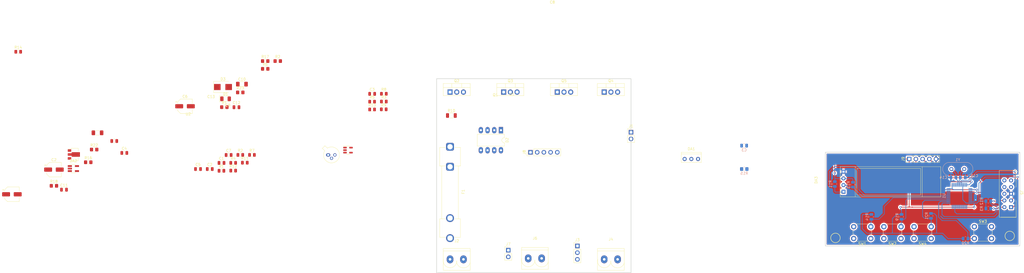
<source format=kicad_pcb>
(kicad_pcb (version 20211014) (generator pcbnew)
  (layers (0 "F.Cu" signal) (31 "B.Cu" signal) (34 "B.Paste" user) (35 "F.Paste" user) (36 "B.SilkS" user "B.Silkscreen") (37 "F.SilkS" user "F.Silkscreen") (38 "B.Mask" user) (39 "F.Mask" user) (44 "Edge.Cuts" user))
  (net 0 "")
  (net 1 "Net-(Q2-Pad1)")
  (net 2 "Vload")
  (net 3 "Net-(Q3-Pad1)")
  (net 4 "Net-(Q4-Pad1)")
  (net 5 "Net-(Q5-Pad1)")
  (net 6 "GND")
  (net 7 "Net-(Q1-Pad2)")
  (net 8 "Net-(Q1-Pad3)")
  (net 9 "Net-(C1-Pad1)")
  (net 10 "Net-(R9-Pad1)")
  (net 11 "Net-(R4-Pad1)")
  (net 12 "+12V")
  (net 13 "Net-(D2-Pad1)")
  (net 14 "Net-(D2-Pad4)")
  (net 15 "/PWM")
  (net 16 "Shunt")
  (net 17 "Net-(C3-Pad1)")
  (net 18 "Net-(D2-Pad6)")
  (net 19 "Vreg")
  (net 20 "Net-(DA1-Pad1)")
  (net 21 "Net-(R1-Pad2)")
  (net 22 "Net-(D1-Pad1)")
  (net 23 "/Шунт")
  (net 24 "+3.3V")
  (net 28 "Vcc")
  (net 29 "Net-(C14-Pad2)")
  (net 30 "Net-(C15-Pad1)")
  (net 31 "Net-(D2-Pad2)")
  (net 32 "Net-(F1-Pad2)")
  (net 36 "CurrentSens")
  (net 46 "I2C_SDA")
  (net 47 "I2C_SCL")
  (net 51 "Net-(J3-Pad3)")
  (net 54 "SWDIO")
  (net 59 "Res")
  (net 60 "SWCLK")
  (net 65 "VoltageSens")
  (net 66 "Button+")
  (net 67 "Button-")
  (net 68 "ButtonEn")
  (net 69 "ButtonMode")
  (net 70 "Vin_div")
  (net 71 "Vdac_reg")
  (footprint "Resistor_SMD:R_0805_2012Metric_Pad1.20x1.40mm_HandSolder" (layer "F.Cu") (at 70.366 48.39)
    (fp_text reference "R23")
    (fp_text value "1k")
  )
  (footprint "MyElemets:TO-220" (layer "F.Cu") (at 241.3 73.66)
    (fp_text reference "DA1")
    (fp_text value "LM217t")
  )
  (footprint "Connector_PinHeader_2.54mm:PinHeader_1x02_P2.54mm_Vertical" (layer "F.Cu") (at 218.44 63.5)
    (fp_text reference "J1")
    (fp_text value "FAN_Connector")
  )
  (footprint "Capacitor_SMD:C_0805_2012Metric" (layer "F.Cu") (at 58.806 77.47)
    (fp_text reference "C2")
    (fp_text value "4мкФ ")
  )
  (footprint "Connector_PinHeader_2.54mm:PinHeader_1x05_P2.54mm_Vertical" (layer "F.Cu") (at 180.34 71.12 90)
    (fp_text reference "J8")
    (fp_text value "Conn_01x05_Female" hide)
  )
  (footprint "Capacitor_SMD:C_0805_2012Metric" (layer "F.Cu") (at 120.346 48.93)
    (fp_text reference "C3")
    (fp_text value "C")
  )
  (footprint "Capacitor_SMD:C_0805_2012Metric" (layer "F.Cu") (at 54.356 77.47)
    (fp_text reference "C5")
    (fp_text value "C")
  )
  (footprint "Resistor_SMD:R_0805_2012Metric_Pad1.20x1.40mm_HandSolder" (layer "F.Cu") (at 12.756 74.9)
    (fp_text reference "R16")
    (fp_text value "2.7k")
  )
  (footprint "Capacitor_SMD:CP_Elec_5x5.4" (layer "F.Cu") (at -16.174 87.06)
    (fp_text reference "C8")
    (fp_text value "C_Polarized")
  )
  (footprint "Resistor_SMD:R_0805_2012Metric" (layer "F.Cu") (at -13.779 32.945)
    (fp_text reference "R14")
    (fp_text value "R")
  )
  (footprint "Connector_PinHeader_2.54mm:PinHeader_1x03_P2.54mm_Vertical" (layer "F.Cu") (at 198.12 106.68)
    (fp_text reference "J3")
    (fp_text value "Джампер")
  )
  (footprint "Resistor_SMD:R_0805_2012Metric_Pad1.20x1.40mm_HandSolder" (layer "F.Cu") (at -0.244 83.84)
    (fp_text reference "R18")
    (fp_text value "390")
  )
  (footprint "Capacitor_SMD:CP_Elec_5x5.3" (layer "F.Cu") (at -0.244 77.69)
    (fp_text reference "C2")
    (fp_text value "4.7u")
  )
  (footprint "Button_Switch_THT:SW_PUSH_6mm" (layer "F.Cu") (at 348.54 99.35)
    (fp_text reference "SW3")
    (fp_text value "SW_MEC_5E")
  )
  (footprint "Capacitor_SMD:C_0805_2012Metric" (layer "F.Cu") (at 26.426 71.355)
    (fp_text reference "C4")
    (fp_text value "47p")
  )
  (footprint "MyElemets:PWD_10pin_Conn" (layer "F.Cu") (at 361.188 86.868 -90)
    (fp_text reference "J5")
    (fp_text value "Conn_ARM_SWD_TagConnect_TC2030-NL" hide)
  )
  (footprint "Diode_SMD:D_1206_3216Metric" (layer "F.Cu") (at 64.796 50.81)
    (fp_text reference "D1")
    (fp_text value "6.8В")
  )
  (footprint "Connector_PinHeader_2.54mm:PinHeader_1x02_P2.54mm_Vertical" (layer "F.Cu") (at 171.929709 108.278794)
    (fp_text reference "J7")
    (fp_text value "Jamper")
  )
  (footprint "Capacitor_SMD:C_0805_2012Metric" (layer "F.Cu") (at 65.956 72.14)
    (fp_text reference "C7")
    (fp_text value "C")
  )
  (footprint "MyElemets:Display_SSD1306" (layer "F.Cu") (at 298.958 82.296 90)
    (fp_text reference "DA3")
    (fp_text value "SSD1306_display")
  )
  (footprint "Capacitor_SMD:CP_Elec_5x5.3" (layer "F.Cu") (at 49.426 53.64)
    (fp_text reference "C6")
    (fp_text value "C_Polarized")
  )
  (footprint "Package_TO_SOT_THT:TO-220-3_Vertical" (layer "F.Cu") (at 208.28 48.26)
    (fp_text reference "Q4")
    (fp_text value "IRF740")
  )
  (footprint "Package_DIP:DIP-8_W7.62mm_LongPads" (layer "F.Cu") (at 169.154 62.723 -90)
    (fp_text reference "D2")
    (fp_text value "LM358")
  )
  (footprint "Resistor_SMD:R_0805_2012Metric" (layer "F.Cu") (at 124.776 51.85)
    (fp_text reference "R3")
    (fp_text value "450Ом")
  )
  (footprint "Package_TO_SOT_SMD:SOT-23-5_HandSoldering" (layer "F.Cu") (at 7.136 77.3)
    (fp_text reference "DA2")
    (fp_text value "INAx180")
  )
  (footprint "Capacitor_SMD:C_1206_3216Metric_Pad1.33x1.80mm_HandSolder" (layer "F.Cu") (at 16.266 63.72)
    (fp_text reference "C13")
    (fp_text value "C_Polarized")
  )
  (footprint "Package_TO_SOT_THT:TO-18-3" (layer "F.Cu") (at 103.679448 72.119448)
    (fp_text reference "Q1")
    (fp_text value "КТ3102")
  )
  (footprint "Capacitor_SMD:C_0805_2012Metric" (layer "F.Cu") (at 22.616 66.835)
    (fp_text reference "C9")
    (fp_text value "C")
  )
  (footprint "Package_TO_SOT_THT:TO-220-3_Vertical" (layer "F.Cu") (at 190.5 48.26)
    (fp_text reference "Q5")
    (fp_text value "IRF740")
  )
  (footprint "Resistor_SMD:R_0805_2012Metric" (layer "F.Cu") (at 67.686 75.12)
    (fp_text reference "R4")
    (fp_text value "300Ом")
  )
  (footprint "Capacitor_SMD:C_0805_2012Metric" (layer "F.Cu") (at 3.566 85.31)
    (fp_text reference "C11")
    (fp_text value "C")
  )
  (footprint "Resistor_SMD:R_0805_2012Metric" (layer "F.Cu") (at 120.326 54.86)
    (fp_text reference "R13")
    (fp_text value "500кОм")
  )
  (footprint "Resistor_SMD:R_0805_2012Metric" (layer "F.Cu") (at 74.796 72.11)
    (fp_text reference "R7")
    (fp_text value "100Ом")
  )
  (footprint "MyElemets:Conn_x2" (layer "F.Cu") (at 182.029709 111.393794)
    (fp_text reference "J6")
    (fp_text value "Voltage_Sens")
  )
  (footprint "Diode_SMD:D_SMB" (layer "F.Cu") (at 63.816 46.34)
    (fp_text reference "D3")
    (fp_text value "SM6T15A")
  )
  (footprint "Resistor_SMD:R_0805_2012Metric" (layer "F.Cu") (at 63.236 78.13)
    (fp_text reference "R1")
    (fp_text value "1кОм")
  )
  (footprint "Resistor_SMD:R_0805_2012Metric_Pad1.20x1.40mm_HandSolder" (layer "F.Cu") (at 79.816 36.49)
    (fp_text reference "R17")
    (fp_text value "240")
  )
  (footprint "Package_TO_SOT_SMD:SOT-23-5" (layer "F.Cu") (at 111.19 70.3)
    (fp_text reference "U1")
    (fp_text value "LM321")
  )
  (footprint "Connector_PinHeader_2.54mm:PinHeader_1x05_P2.54mm_Vertical" (layer "F.Cu") (at 323.855 73.66 90)
    (fp_text reference "J9")
    (fp_text value "Conn_01x05_Male" hide)
  )
  (footprint "Capacitor_SMD:C_1206_3216Metric_Pad1.33x1.80mm_HandSolder" (layer "F.Cu") (at 70.996 45.24)
    (fp_text reference "C10")
    (fp_text value "C_Polarized")
  )
  (footprint "Package_TO_SOT_THT:TO-220-3_Vertical" (layer "F.Cu") (at 170.18 48.26)
    (fp_text reference "Q3")
    (fp_text value "IRF740")
  )
  (footprint "Resistor_SMD:R_0805_2012Metric_Pad1.20x1.40mm_HandSolder" (layer "F.Cu") (at 64.326 53.98)
    (fp_text reference "R1")
    (fp_text value "1k")
  )
  (footprint "Button_Switch_THT:SW_PUSH_6mm" (layer "F.Cu") (at 309.32 103.85 180)
    (fp_text reference "SW1")
    (fp_text value "SW_MEC_5E" hide)
  )
  (footprint "Resistor_SMD:R_0805_2012Metric" (layer "F.Cu") (at 70.386 72.11)
    (fp_text reference "R2")
    (fp_text value "51Ом")
  )
  (footprint "Resistor_SMD:R_0805_2012Metric" (layer "F.Cu") (at 124.776 48.9)
    (fp_text reference "R8")
    (fp_text value "100Ом")
  )
  (footprint "Fuse:Fuseholder_Clip-6.3x32mm_Littelfuse_102071_Inline_P34.70x7.60mm_D2.00mm_Horizontal" (layer "F.Cu") (at 149.86 69.01 -90)
    (fp_text reference "F1")
    (fp_text value "Fuse")
  )
  (footprint "MyElemets:Conn_x2" (layer "F.Cu") (at 152.4 111.76)
    (fp_text reference "J2")
    (fp_text value "Load")
  )
  (footprint "Resistor_SMD:R_0805_2012Metric_Pad1.20x1.40mm_HandSolder" (layer "F.Cu") (at 79.816 39.44)
    (fp_text reference "R6")
    (fp_text value "100Ом")
  )
  (footprint "MyElemets:Conn_x2" (layer "F.Cu") (at 210.82 111.76)
    (fp_text reference "J4")
    (fp_text value "External_VCC")
  )
  (footprint "Package_TO_SOT_SMD:SOT-89-3" (layer "F.Cu") (at 7.306 71.95)
    (fp_text reference "U2")
    (fp_text value "L78L12_SOT89")
  )
  (footprint "Resistor_SMD:R_0805_2012Metric" (layer "F.Cu") (at 67.686 78.07)
    (fp_text reference "R12")
    (fp_text value "500кОм")
  )
  (footprint "Button_Switch_THT:SW_PUSH_6mm" (layer "F.Cu") (at 320.75 103.85 180)
    (fp_text reference "SW2")
    (fp_text value "SW_MEC_5E" hide)
  )
  (footprint "Resistor_SMD:R_0805_2012Metric" (layer "F.Cu") (at 124.736 54.8)
    (fp_text reference "R9")
    (fp_text value "1кОм")
  )
  (footprint "Resistor_SMD:R_0805_2012Metric" (layer "F.Cu") (at 72.096 75.06)
    (fp_text reference "R11")
    (fp_text value "0,01Ом(шунт)")
  )
  (footprint "Capacitor_SMD:C_0805_2012Metric" (layer "F.Cu") (at 63.256 75.15)
    (fp_text reference "C1")
    (fp_text value "0,1мкФ")
  )
  (footprint "Resistor_SMD:R_1206_3216Metric" (layer "F.Cu") (at 150.368 57.15)
    (fp_text reference "R10")
    (fp_text value "0,1Ом")
  )
  (footprint "Resistor_SMD:R_0805_2012Metric_Pad1.20x1.40mm_HandSolder" (layer "F.Cu") (at 84.566 36.49)
    (fp_text reference "R2")
    (fp_text value "9.1k")
  )
  (footprint "Resistor_SMD:R_0805_2012Metric_Pad1.20x1.40mm_HandSolder" (layer "F.Cu") (at 14.996 70.07)
    (fp_text reference "R22")
    (fp_text value "1k")
  )
  (footprint "Capacitor_SMD:C_0805_2012Metric" (layer "F.Cu") (at 68.926 54.01)
    (fp_text reference "C12")
    (fp_text value "C")
  )
  (footprint "Package_TO_SOT_THT:TO-220-3_Vertical" (layer "F.Cu") (at 149.86 48.26)
    (fp_text reference "Q2")
    (fp_text value "IRF740")
  )
  (footprint "Button_Switch_THT:SW_PUSH_6mm" (layer "F.Cu") (at 332.18 103.85 180)
    (fp_text reference "SW4")
    (fp_text value "SW_MEC_5E" hide)
  )
  (footprint "Resistor_SMD:R_0805_2012Metric" (layer "F.Cu") (at 120.326 51.91)
    (fp_text reference "R5")
    (fp_text value "100Ом")
  )
  (footprint "Resistor_SMD:R_0805_2012Metric" (layer "B.Cu") (at 353.822 89.662)
    (fp_text reference "R12")
    (fp_text value "10k")
  )
  (footprint "Package_QFP:LQFP-48_7x7mm_P0.5mm" (layer "B.Cu") (at 342.9 87.63 -90)
    (fp_text reference "U1")
    (fp_text value "STM32F051C6Tx")
  )
  (footprint "Resistor_SMD:R_0805_2012Metric" (layer "B.Cu") (at 353.822 92.456)
    (fp_text reference "R3")
    (fp_text value "10k")
  )
  (footprint "Capacitor_SMD:C_0805_2012Metric" (layer "B.Cu") (at 340.614 80.645)
    (fp_text reference "C14")
    (fp_text value "8p" hide)
  )
  (footprint "Resistor_SMD:R_0805_2012Metric" (layer "B.Cu") (at 302.514 83.4155 -90)
    (fp_text reference "R13")
    (fp_text value "10k")
  )
  (footprint "Resistor_SMD:R_0805_2012Metric" (layer "B.Cu") (at 320.935 95.605 -90)
    (fp_text reference "R19")
    (fp_text value "10k")
  )
  (footprint "Resistor_SMD:R_0805_2012Metric" (layer "B.Cu") (at 295.656 83.1615 -90)
    (fp_text reference "R11")
    (fp_text value "10k")
  )
  (footprint "Capacitor_SMD:C_0805_2012Metric" (layer "B.Cu") (at 261.3 68.58)
    (fp_text reference "C3")
    (fp_text value "0,1мкФ")
  )
  (footprint "Capacitor_SMD:C_0805_2012Metric" (layer "B.Cu") (at 344.17 80.645)
    (fp_text reference "C15")
    (fp_text value "8p" hide)
  )
  (footprint "Resistor_SMD:R_0805_2012Metric" (layer "B.Cu") (at 309.525 95.625 -90)
    (fp_text reference "R14")
    (fp_text value "10k")
  )
  (footprint "Resistor_SMD:R_0805_2012Metric_Pad1.20x1.40mm_HandSolder" (layer "B.Cu") (at 261.35 77.47)
    (fp_text reference "R15")
    (fp_text value "1k")
  )
  (footprint "Resistor_SMD:R_0805_2012Metric" (layer "B.Cu") (at 332.115 95.25 -90)
    (fp_text reference "R21")
    (fp_text value "10k")
  )
  (footprint "Crystal:Crystal_HC49-4H_Vertical" (layer "B.Cu") (at 344.715 77.47 180)
    (fp_text reference "Y1")
    (fp_text value "Crystal" hide)
  )
  (footprint "Resistor_SMD:R_0805_2012Metric" (layer "B.Cu") (at 345.186 103.886)
    (fp_text reference "R20")
    (fp_text value "10k")
  )
  (gr_circle (center 295.91 103.613949) (end 297.706051 103.613949) (layer "F.SilkS") (width 0.2) (fill none))
  (gr_circle (center 361.95 102.87) (end 363.746051 102.87) (layer "F.SilkS") (width 0.2) (fill none))
  (gr_rect (start 365.76 71.12) (end 292.1 106.68) (layer "Edge.Cuts") (width 0.2) (fill none))
  (gr_rect (start 144.78 43.18) (end 218.44 116.84) (layer "Edge.Cuts") (width 0.2) (fill none))
  (via (at 348.996 89.154) (size 0.8) (drill 0.4) (layers "F.Cu" "B.Cu") (net 6))
  (segment (start 336.55 85.344) (end 336.586 85.38) (width 0.25) (layer "B.Cu") (net 6))
  (segment (start 343.916 82.296) (end 346.456 82.296) (width 0.25) (layer "B.Cu") (net 6))
  (segment (start 348.27 89.88) (end 348.996 89.154) (width 0.25) (layer "B.Cu") (net 6))
  (segment (start 343.65 83.4675) (end 343.65 82.562) (width 0.25) (layer "B.Cu") (net 6))
  (segment (start 346.456 82.286695) (end 348.986695 79.756) (width 0.25) (layer "B.Cu") (net 6))
  (segment (start 338.7375 85.38) (end 336.586 85.38) (width 0.25) (layer "B.Cu") (net 6))
  (segment (start 346.456 82.296) (end 346.456 82.286695) (width 0.25) (layer "B.Cu") (net 6))
  (segment (start 348.986695 79.756) (end 362.712 79.756) (width 0.25) (layer "B.Cu") (net 6))
  (segment (start 343.65 82.562) (end 343.916 82.296) (width 0.25) (layer "B.Cu") (net 6))
  (segment (start 347.0625 89.88) (end 348.27 89.88) (width 0.25) (layer "B.Cu") (net 6))
  (segment (start 297.18 73.66) (end 323.855 73.66) (width 0.25) (layer "F.Cu") (net 24))
  (segment (start 364.9605 90.2075) (end 364.9605 80.518) (width 0.25) (layer "F.Cu") (net 24))
  (segment (start 363.22 91.948) (end 364.9605 90.2075) (width 0.25) (layer "F.Cu") (net 24))
  (segment (start 295.656 75.184) (end 297.18 73.66) (width 0.25) (layer "F.Cu") (net 24))
  (segment (start 323.855 79.243) (end 323.855 90.683) (width 0.25) (layer "F.Cu") (net 24))
  (segment (start 325.12 91.948) (end 348.488 91.948) (width 0.25) (layer "F.Cu") (net 24))
  (segment (start 324.866 91.948) (end 325.12 91.948) (width 0.25) (layer "F.Cu") (net 24))
  (segment (start 323.855 73.66) (end 323.855 79.243) (width 0.25) (layer "F.Cu") (net 24))
  (segment (start 323.855 90.683) (end 323.855 91.943) (width 0.25) (layer "F.Cu") (net 24))
  (segment (start 362.458 91.948) (end 363.22 91.948) (width 0.25) (layer "F.Cu") (net 24))
  (segment (start 323.85 91.948) (end 325.12 91.948) (width 0.25) (layer "F.Cu") (net 24))
  (segment (start 320.548 91.948) (end 323.85 91.948) (width 0.25) (layer "F.Cu") (net 24))
  (segment (start 295.656 78.994) (end 295.656 75.184) (width 0.25) (layer "F.Cu") (net 24))
  (segment (start 323.855 90.683) (end 323.855 90.937) (width 0.25) (layer "F.Cu") (net 24))
  (segment (start 323.855 91.943) (end 323.85 91.948) (width 0.25) (layer "F.Cu") (net 24))
  (via (at 320.548 91.948) (size 0.8) (drill 0.4) (layers "F.Cu" "B.Cu") (net 24))
  (via (at 364.9605 80.518) (size 0.8) (drill 0.4) (layers "F.Cu" "B.Cu") (net 24))
  (via (at 348.488 91.948) (size 0.8) (drill 0.4) (layers "F.Cu" "B.Cu") (net 24))
  (via (at 295.656 78.994) (size 0.8) (drill 0.4) (layers "F.Cu" "B.Cu") (net 24))
  (segment (start 348.532 90.38) (end 347.0625 90.38) (width 0.25) (layer "B.Cu") (net 24))
  (segment (start 348.488 90.424) (end 348.532 90.38) (width 0.25) (layer "B.Cu") (net 24))
  (segment (start 317.5 96.266) (end 319.0735 94.6925) (width 0.25) (layer "B.Cu") (net 24))
  (segment (start 319.0735 94.6925) (end 320.935 94.6925) (width 0.25) (layer "B.Cu") (net 24))
  (segment (start 344.2735 103.886) (end 338.582 103.886) (width 0.25) (layer "B.Cu") (net 24))
  (segment (start 350.266 82.804) (end 350.266 89.662) (width 0.25) (layer "B.Cu") (net 24))
  (segment (start 306.07 100.076) (end 306.07 94.996) (width 0.25) (layer "B.Cu") (net 24))
  (segment (start 336.55 101.854) (end 334.264 101.854) (width 0.25) (layer "B.Cu") (net 24))
  (segment (start 332.115 94.3375) (end 333.3515 94.3375) (width 0.25) (layer "B.Cu") (net 24))
  (segment (start 349.548 90.38) (end 348.532 90.38) (width 0.25) (layer "B.Cu") (net 24))
  (segment (start 302.26 81.1295) (end 302.514 81.3835) (width 0.25) (layer "B.Cu") (net 24))
  (segment (start 307.848 101.854) (end 306.07 100.076) (width 0.25) (layer "B.Cu") (net 24))
  (segment (start 295.656 81.28) (end 295.656 78.994) (width 0.25) (layer "B.Cu") (net 24))
  (segment (start 295.656 82.249) (end 295.656 81.28) (width 0.25) (layer "B.Cu") (net 24))
  (segment (start 320.548 92.71) (end 320.548 91.948) (width 0.25) (layer "B.Cu") (net 24))
  (segment (start 333.3515 94.3375) (end 334.264 95.25) (width 0.25) (layer "B.Cu") (net 24))
  (segment (start 334.264 101.854) (end 317.246 101.854) (width 0.25) (layer "B.Cu") (net 24))
  (segment (start 317.246 101.854) (end 317.5 101.6) (width 0.25) (layer "B.Cu") (net 24))
  (segment (start 344.15 83.4675) (end 344.15 85.364) (width 0.25) (layer "B.Cu") (net 24))
  (segment (start 340.15 83.4675) (end 340.15 84.88) (width 0.25) (layer "B.Cu") (net 24))
  (segment (start 340.634 85.364) (end 344.15 85.364) (width 0.25) (layer "B.Cu") (net 24))
  (segment (start 302.514 81.3835) (end 302.514 82.503) (width 0.25) (layer "B.Cu") (net 24))
  (segment (start 306.07 94.996) (end 306.3535 94.7125) (width 0.25) (layer "B.Cu") (net 24))
  (segment (start 350.266 89.662) (end 349.548 90.38) (width 0.25) (layer "B.Cu") (net 24))
  (segment (start 352.552 80.518) (end 350.266 82.804) (width 0.25) (layer "B.Cu") (net 24))
  (segment (start 364.9605 80.518) (end 352.552 80.518) (width 0.25) (layer "B.Cu") (net 24))
  (segment (start 306.3535 94.7125) (end 309.525 94.7125) (width 0.25) (layer "B.Cu") (net 24))
  (segment (start 320.935 94.6925) (end 320.935 93.097) (width 0.25) (layer "B.Cu") (net 24))
  (segment (start 344.15 89.134) (end 345.396 90.38) (width 0.25) (layer "B.Cu") (net 24))
  (segment (start 350.266 89.662) (end 352.9095 89.662) (width 0.25) (layer "B.Cu") (net 24))
  (segment (start 317.246 101.854) (end 307.848 101.854) (width 0.25) (layer "B.Cu") (net 24))
  (segment (start 344.15 85.364) (end 344.15 89.134) (width 0.25) (layer "B.Cu") (net 24))
  (segment (start 348.488 91.948) (end 348.488 90.424) (width 0.25) (layer "B.Cu") (net 24))
  (segment (start 340.15 84.88) (end 340.634 85.364) (width 0.25) (layer "B.Cu") (net 24))
  (segment (start 338.582 103.886) (end 336.55 101.854) (width 0.25) (layer "B.Cu") (net 24))
  (segment (start 345.396 90.38) (end 347.0625 90.38) (width 0.25) (layer "B.Cu") (net 24))
  (segment (start 320.935 93.097) (end 320.548 92.71) (width 0.25) (layer "B.Cu") (net 24))
  (segment (start 334.264 95.25) (end 334.264 101.854) (width 0.25) (layer "B.Cu") (net 24))
  (segment (start 352.9095 89.662) (end 352.9095 92.456) (width 0.25) (layer "B.Cu") (net 24))
  (segment (start 338.7375 84.88) (end 340.15 84.88) (width 0.25) (layer "B.Cu") (net 24))
  (segment (start 295.656 81.28) (end 295.8065 81.1295) (width 0.25) (layer "B.Cu") (net 24))
  (segment (start 317.5 101.6) (end 317.5 96.266) (width 0.25) (layer "B.Cu") (net 24))
  (segment (start 295.8065 81.1295) (end 302.26 81.1295) (width 0.25) (layer "B.Cu") (net 24))
  (segment (start 341.63 81.28) (end 341.63 80.955) (width 0.25) (layer "B.Cu") (net 29))
  (segment (start 341.564 79.199) (end 341.564 80.645) (width 0.25) (layer "B.Cu") (net 29))
  (segment (start 339.835 77.47) (end 341.564 79.199) (width 0.25) (layer "B.Cu") (net 29))
  (segment (start 342.15 81.8) (end 341.63 81.28) (width 0.25) (layer "B.Cu") (net 29))
  (segment (start 342.15 83.4675) (end 342.15 81.8) (width 0.25) (layer "B.Cu") (net 29))
  (segment (start 343.22 78.965) (end 344.715 77.47) (width 0.25) (layer "B.Cu") (net 30))
  (segment (start 343.22 81.400157) (end 343.22 80.645) (width 0.25) (layer "B.Cu") (net 30))
  (segment (start 343.22 80.645) (end 343.22 78.965) (width 0.25) (layer "B.Cu") (net 30))
  (segment (start 342.65 83.4675) (end 342.65 81.970157) (width 0.25) (layer "B.Cu") (net 30))
  (segment (start 342.65 81.970157) (end 343.22 81.400157) (width 0.25) (layer "B.Cu") (net 30))
  (segment (start 351.028 86.36) (end 349.504 86.36) (width 0.25) (layer "F.Cu") (net 36))
  (segment (start 338.587 80.772) (end 349.504 80.772) (width 0.25) (layer "F.Cu") (net 36))
  (segment (start 331.475 73.66) (end 338.587 80.772) (width 0.25) (layer "F.Cu") (net 36))
  (segment (start 351.028 82.296) (end 351.028 86.36) (width 0.25) (layer "F.Cu") (net 36))
  (segment (start 349.504 80.772) (end 351.028 82.296) (width 0.25) (layer "F.Cu") (net 36))
  (segment (start 349.504 86.36) (end 349.25 86.36) (width 0.25) (layer "F.Cu") (net 36))
  (via (at 349.504 86.36) (size 0.8) (drill 0.4) (layers "F.Cu" "B.Cu") (net 36))
  (segment (start 347.0625 86.38) (end 349.484 86.38) (width 0.25) (layer "B.Cu") (net 36))
  (segment (start 349.484 86.38) (end 349.504 86.36) (width 0.25) (layer "B.Cu") (net 36))
  (segment (start 295.656 84.074) (end 295.656 85.9555) (width 0.25) (layer "B.Cu") (net 46))
  (segment (start 294.132 84.074) (end 293.624 83.566) (width 0.25) (layer "B.Cu") (net 46))
  (segment (start 303.276 76.454) (end 304.8 77.978) (width 0.25) (layer "B.Cu") (net 46))
  (segment (start 293.624 83.566) (end 293.624 78.486) (width 0.25) (layer "B.Cu") (net 46))
  (segment (start 295.656 76.454) (end 303.276 76.454) (width 0.25) (layer "B.Cu") (net 46))
  (segment (start 304.8 85.344) (end 304.8 77.978) (width 0.25) (layer "B.Cu") (net 46))
  (segment (start 295.656 84.074) (end 294.132 84.074) (width 0.25) (layer "B.Cu") (net 46))
  (segment (start 295.656 85.9555) (end 295.91 86.2095) (width 0.25) (layer "B.Cu") (net 46))
  (segment (start 306.836 87.38) (end 304.8 85.344) (width 0.25) (layer "B.Cu") (net 46))
  (segment (start 293.624 78.486) (end 295.656 76.454) (width 0.25) (layer "B.Cu") (net 46))
  (segment (start 338.7375 87.38) (end 306.836 87.38) (width 0.25) (layer "B.Cu") (net 46))
  (segment (start 295.91 86.2095) (end 299.085 86.2095) (width 0.25) (layer "B.Cu") (net 46))
  (segment (start 300.228 83.6695) (end 300.8865 84.328) (width 0.25) (layer "B.Cu") (net 47))
  (segment (start 300.8865 84.328) (end 302.514 84.328) (width 0.25) (layer "B.Cu") (net 47))
  (segment (start 302.514 84.328) (end 306.066 87.88) (width 0.25) (layer "B.Cu") (net 47))
  (segment (start 306.066 87.88) (end 338.7375 87.88) (width 0.25) (layer "B.Cu") (net 47))
  (segment (start 299.085 83.6695) (end 300.228 83.6695) (width 0.25) (layer "B.Cu") (net 47))
  (segment (start 355.871 92.456) (end 357.378 92.456) (width 0.25) (layer "F.Cu") (net 54))
  (segment (start 357.378 92.456) (end 357.886 91.948) (width 0.25) (layer "F.Cu") (net 54))
  (segment (start 357.886 91.948) (end 359.918 91.948) (width 0.25) (layer "F.Cu") (net 54))
  (via (at 355.871 92.456) (size 0.8) (drill 0.4) (layers "F.Cu" "B.Cu") (net 54))
  (segment (start 355.854 94.488) (end 341.884 94.488) (width 0.25) (layer "B.Cu") (net 54))
  (segment (start 356.616 93.726) (end 355.854 94.488) (width 0.25) (layer "B.Cu") (net 54))
  (segment (start 355.871 92.456) (end 356.616 92.456) (width 0.25) (layer "B.Cu") (net 54))
  (segment (start 341.125 93.723) (end 341.125 92.456) (width 0.25) (layer "B.Cu") (net 54))
  (segment (start 354.7345 92.456) (end 355.871 92.456) (width 0.25) (layer "B.Cu") (net 54))
  (segment (start 341.884 94.488) (end 341.122 93.726) (width 0.25) (layer "B.Cu") (net 54))
  (segment (start 341.122 93.726) (end 341.125 93.723) (width 0.25) (layer "B.Cu") (net 54))
  (segment (start 356.616 93.726) (end 356.616 92.456) (width 0.25) (layer "B.Cu") (net 54))
  (segment (start 363.982 78.486) (end 363.982 87.884) (width 0.25) (layer "F.Cu") (net 59))
  (segment (start 363.982 87.884) (end 362.458 89.408) (width 0.25) (layer "F.Cu") (net 59))
  (via (at 363.982 78.486) (size 0.8) (drill 0.4) (layers "F.Cu" "B.Cu") (net 59))
  (segment (start 343.662 81.788) (end 343.15 82.3) (width 0.25) (layer "B.Cu") (net 59))
  (segment (start 343.15 82.3) (end 343.15 83.4675) (width 0.25) (layer "B.Cu") (net 59))
  (segment (start 363.982 78.486) (end 349.504 78.486) (width 0.25) (layer "B.Cu") (net 59))
  (segment (start 349.504 78.486) (end 346.202 81.788) (width 0.25) (layer "B.Cu") (net 59))
  (segment (start 346.202 81.788) (end 343.662 81.788) (width 0.25) (layer "B.Cu") (net 59))
  (segment (start 358.394 89.408) (end 359.918 89.408) (width 0.25) (layer "F.Cu") (net 60))
  (segment (start 355.854 89.662) (end 358.14 89.662) (width 0.25) (layer "F.Cu") (net 60))
  (segment (start 358.14 89.662) (end 358.394 89.408) (width 0.25) (layer "F.Cu") (net 60))
  (via (at 355.854 89.662) (size 0.8) (drill 0.4) (layers "F.Cu" "B.Cu") (net 60))
  (segment (start 354.7345 89.662) (end 354.7345 90.5745) (width 0.25) (layer "B.Cu") (net 60))
  (segment (start 355.346 91.186) (end 357.124 91.186) (width 0.25) (layer "B.Cu") (net 60))
  (segment (start 337.058 95.504) (end 336.296 94.742) (width 0.25) (layer "B.Cu") (net 60))
  (segment (start 355.854 89.662) (end 354.9415 89.662) (width 0.25) (layer "B.Cu") (net 60))
  (segment (start 354.9415 89.662) (end 354.838 89.5585) (width 0.25) (layer "B.Cu") (net 60))
  (segment (start 354.7345 90.5745) (end 355.346 91.186) (width 0.25) (layer "B.Cu") (net 60))
  (segment (start 354.076 95.504) (end 337.058 95.504) (width 0.25) (layer "B.Cu") (net 60))
  (segment (start 357.124 91.186) (end 357.124 94.488) (width 0.25) (layer "B.Cu") (net 60))
  (segment (start 357.124 94.488) (end 356.108 95.504) (width 0.25) (layer "B.Cu") (net 60))
  (segment (start 356.108 95.504) (end 354.076 95.504) (width 0.25) (layer "B.Cu") (net 60))
  (segment (start 336.594 90.38) (end 338.7375 90.38) (width 0.25) (layer "B.Cu") (net 60))
  (segment (start 336.296 90.678) (end 336.594 90.38) (width 0.25) (layer "B.Cu") (net 60))
  (segment (start 336.296 94.742) (end 336.296 90.678) (width 0.25) (layer "B.Cu") (net 60))
  (segment (start 314.452 94.488) (end 314.452 91.694) (width 0.2) (layer "B.Cu") (net 66))
  (segment (start 309.32 97.842) (end 309.525 97.637) (width 0.2) (layer "B.Cu") (net 66))
  (segment (start 309.32 99.35) (end 309.32 97.842) (width 0.2) (layer "B.Cu") (net 66))
  (segment (start 309.525 97.637) (end 309.525 96.5375) (width 0.2) (layer "B.Cu") (net 66))
  (segment (start 317.766 88.38) (end 338.7375 88.38) (width 0.2) (layer "B.Cu") (net 66))
  (segment (start 314.452 91.694) (end 317.766 88.38) (width 0.2) (layer "B.Cu") (net 66))
  (segment (start 309.525 96.5375) (end 312.4025 96.5375) (width 0.2) (layer "B.Cu") (net 66))
  (segment (start 312.4025 96.5375) (end 314.452 94.488) (width 0.2) (layer "B.Cu") (net 66))
  (segment (start 320.75 99.35) (end 320.75 98.096) (width 0.2) (layer "B.Cu") (net 67))
  (segment (start 320.75 98.096) (end 321.056 97.79) (width 0.2) (layer "B.Cu") (net 67))
  (segment (start 321.056 97.79) (end 321.056 96.6385) (width 0.2) (layer "B.Cu") (net 67))
  (segment (start 323.108 88.88) (end 338.7375 88.88) (width 0.2) (layer "B.Cu") (net 67))
  (segment (start 322.58 89.408) (end 323.108 88.88) (width 0.2) (layer "B.Cu") (net 67))
  (segment (start 322.58 96.012) (end 322.58 89.408) (width 0.2) (layer "B.Cu") (net 67))
  (segment (start 322.0745 96.5175) (end 322.58 96.012) (width 0.2) (layer "B.Cu") (net 67))
  (segment (start 320.935 96.5175) (end 322.0745 96.5175) (width 0.2) (layer "B.Cu") (net 67))
  (segment (start 321.056 96.6385) (end 320.935 96.5175) (width 0.2) (layer "B.Cu") (net 67))
  (segment (start 346.0985 103.886) (end 346.0985 101.4965) (width 0.25) (layer "B.Cu") (net 68))
  (segment (start 346.0985 103.886) (end 348.504 103.886) (width 0.25) (layer "B.Cu") (net 68))
  (segment (start 348.504 103.886) (end 348.54 103.85) (width 0.25) (layer "B.Cu") (net 68))
  (segment (start 335.026 90.424) (end 335.595 89.855) (width 0.25) (layer "B.Cu") (net 68))
  (segment (start 341.63 97.028) (end 336.296 97.028) (width 0.25) (layer "B.Cu") (net 68))
  (segment (start 335.026 95.758) (end 335.026 90.424) (width 0.25) (layer "B.Cu") (net 68))
  (segment (start 338.811 89.88) (end 338.7375 89.88) (width 0.25) (layer "B.Cu") (net 68))
  (segment (start 335.595 89.855) (end 338.836 89.855) (width 0.25) (layer "B.Cu") (net 68))
  (segment (start 346.0985 101.4965) (end 341.63 97.028) (width 0.25) (layer "B.Cu") (net 68))
  (segment (start 338.836 89.855) (end 338.811 89.88) (width 0.25) (layer "B.Cu") (net 68))
  (segment (start 336.296 97.028) (end 335.026 95.758) (width 0.25) (layer "B.Cu") (net 68))
  (segment (start 328.93 90.17) (end 329.72 89.38) (width 0.25) (layer "B.Cu") (net 69))
  (segment (start 328.93 95.504) (end 328.93 90.17) (width 0.25) (layer "B.Cu") (net 69))
  (segment (start 329.5885 96.1625) (end 328.93 95.504) (width 0.25) (layer "B.Cu") (net 69))
  (segment (start 332.18 99.35) (end 332.18 96.2275) (width 0.25) (layer "B.Cu") (net 69))
  (segment (start 332.115 96.1625) (end 329.5885 96.1625) (width 0.25) (layer "B.Cu") (net 69))
  (segment (start 329.72 89.38) (end 338.7375 89.38) (width 0.25) (layer "B.Cu") (net 69))
  (segment (start 332.18 96.2275) (end 332.115 96.1625) (width 0.25) (layer "B.Cu") (net 69))
  (segment (start 328.935 73.66) (end 337.571 82.296) (width 0.25) (layer "F.Cu") (net 70))
  (segment (start 337.571 82.296) (end 347.472 82.296) (width 0.25) (layer "F.Cu") (net 70))
  (via (at 347.472 82.296) (size 0.8) (drill 0.4) (layers "F.Cu" "B.Cu") (net 70))
  (segment (start 345.65 83.4675) (end 346.5545 83.4675) (width 0.25) (layer "B.Cu") (net 70))
  (segment (start 347.472 82.55) (end 347.472 82.296) (width 0.25) (layer "B.Cu") (net 70))
  (segment (start 346.5545 83.4675) (end 347.472 82.55) (width 0.25) (layer "B.Cu") (net 70))
  (segment (start 326.395 73.66) (end 326.39 73.665) (width 0.25) (layer "F.Cu") (net 71))
  (segment (start 326.39 73.665) (end 326.39 84.328) (width 0.25) (layer "F.Cu") (net 71))
  (segment (start 327.406 85.344) (end 349.504 85.344) (width 0.25) (layer "F.Cu") (net 71))
  (segment (start 326.39 84.328) (end 327.406 85.344) (width 0.25) (layer "F.Cu") (net 71))
  (via (at 349.504 85.344) (size 0.8) (drill 0.4) (layers "F.Cu" "B.Cu") (net 71))
  (segment (start 347.0625 85.38) (end 349.468 85.38) (width 0.25) (layer "B.Cu") (net 71))
  (segment (start 349.468 85.38) (end 349.504 85.344) (width 0.25) (layer "B.Cu") (net 71))
  (zone (net 6) (net_name "GND") (layer "F.Cu") (name "GND") (connect_pads (clearance 0.508)) (min_thickness 0.254) (fill yes (thermal_gap 0.508) (thermal_bridge_width 0.508))
    (polygon (pts (xy 365.76 106.68) (xy 292.1 106.426) (xy 292.1 71.12) (xy 365.76 71.12)))
  )
  (zone (net 6) (net_name "GND") (layer "B.Cu") (name "GND") (connect_pads (clearance 0.508)) (min_thickness 0.254) (fill yes (thermal_gap 0.508) (thermal_bridge_width 0.508))
    (polygon (pts (xy 365.76 78.994) (xy 366.014 106.68) (xy 292.1 106.426) (xy 292.1 71.12) (xy 365.76 71.12)))
  )
)
</source>
